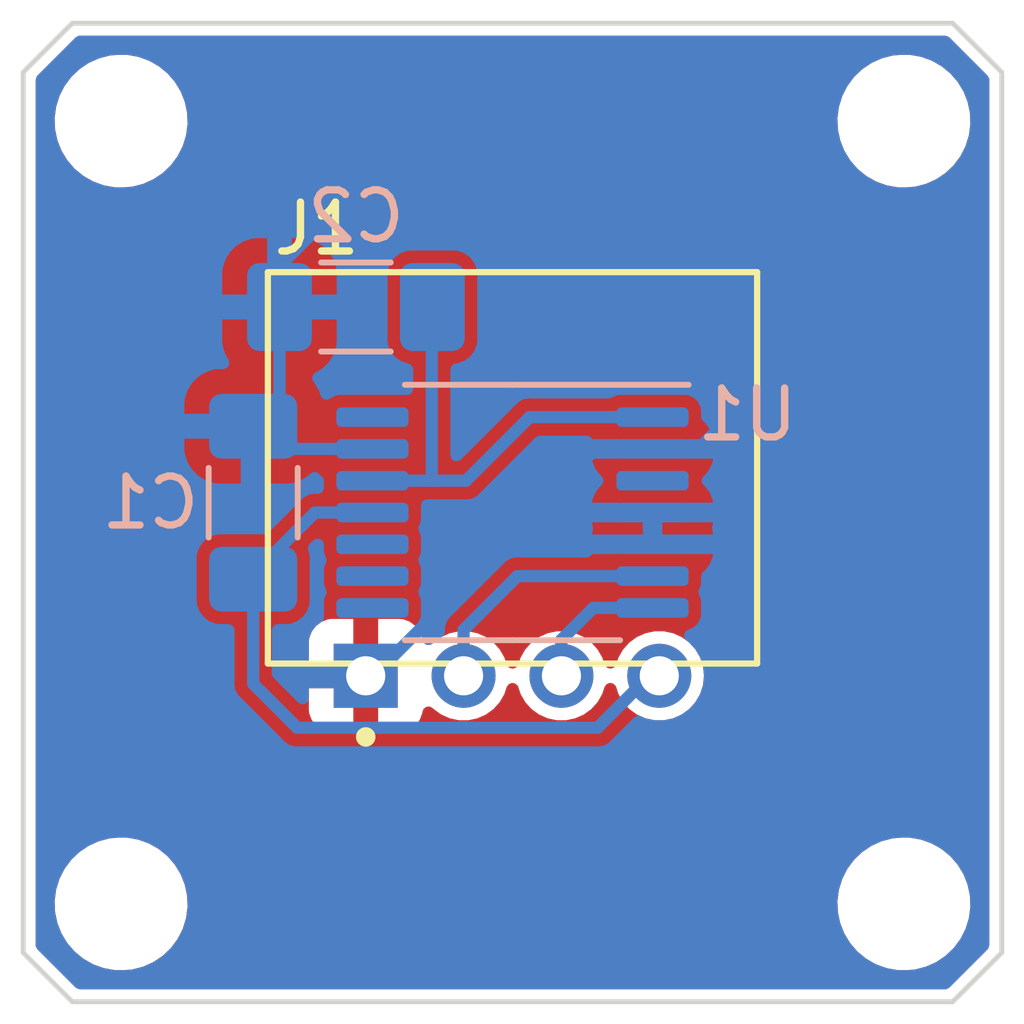
<source format=kicad_pcb>
(kicad_pcb (version 20221018) (generator pcbnew)
  (layers (0 "F.Cu" signal) (31 "B.Cu" signal) (34 "B.Paste" user) (35 "F.Paste" user) (36 "B.SilkS" user "B.Silkscreen") (37 "F.SilkS" user "F.Silkscreen") (38 "B.Mask" user) (39 "F.Mask" user) (44 "Edge.Cuts" user))
  (net 0 "")
  (net 1 "+5V")
  (net 2 "GND")
  (net 3 "+3.3V")
  (net 5 "/B")
  (net 6 "/A")
  (footprint "MountingHole:MountingHole_2.2mm_M2" (layer "F.Cu") (at 142 82)
    (fp_text reference "REF**" hide)
    (fp_text value "MountingHole_2.2mm_M2" hide)
    (pad "" np_thru_hole circle (at 0 0) (size 2.2 2.2) (drill 2.2) (layers "F&B.Cu" "*.Mask"))
  )
  (footprint "MountingHole:MountingHole_2.2mm_M2" (layer "F.Cu") (at 158 98)
    (fp_text reference "REF**" hide)
    (fp_text value "MountingHole_2.2mm_M2" hide)
    (pad "" np_thru_hole circle (at 0 0) (size 2.2 2.2) (drill 2.2) (layers "F&B.Cu" "*.Mask"))
  )
  (footprint "MountingHole:MountingHole_2.2mm_M2" (layer "F.Cu") (at 142 98)
    (fp_text reference "REF**" hide)
    (fp_text value "MountingHole_2.2mm_M2" hide)
    (pad "" np_thru_hole circle (at 0 0) (size 2.2 2.2) (drill 2.2) (layers "*.Cu" "*.Mask"))
  )
  (footprint "FootprintGe2:SEEED_110990037" (layer "F.Cu") (at 150 93.3375)
    (fp_text reference "J1" (at -4 -9.1375 unlocked) (layer "F.SilkS"))
    (fp_text value "GROVE4-2mm")
    (fp_line (start -5 -8.25) (end 5 -8.25) (stroke (width 0.127)) (layer "F.SilkS"))
    (fp_line (start -5 -0.25) (end -5 -8.25) (stroke (width 0.127)) (layer "F.SilkS"))
    (fp_line (start 5 -8.25) (end 5 -0.25) (stroke (width 0.127)) (layer "F.SilkS"))
    (fp_line (start 5 -0.25) (end -5 -0.25) (stroke (width 0.127)) (layer "F.SilkS"))
    (fp_circle (center -3 1.25) (end -2.9 1.25) (stroke (width 0.2)) (fill none) (layer "F.SilkS"))
    (pad "1" thru_hole rect (at -3 0) (size 1.308 1.308) (drill 0.8) (layers "*.Cu" "*.Mask") (net 2 "GND"))
    (pad "2" thru_hole circle (at -1 0) (size 1.308 1.308) (drill 0.8) (layers "*.Cu" "*.Mask") (net 5 "/B"))
    (pad "3" thru_hole circle (at 1 0) (size 1.308 1.308) (drill 0.8) (layers "*.Cu" "*.Mask") (net 6 "/A"))
    (pad "4" thru_hole circle (at 3 0) (size 1.308 1.308) (drill 0.8) (layers "*.Cu" "*.Mask") (net 1 "+5V"))
  )
  (footprint "MountingHole:MountingHole_2.2mm_M2" (layer "F.Cu") (at 158 82)
    (fp_text reference "REF**" hide)
    (fp_text value "MountingHole_2.2mm_M2" hide)
    (pad "" np_thru_hole circle (at 0 0) (size 2.2 2.2) (drill 2.2) (layers "F&B.Cu" "*.Mask"))
  )
  (footprint "Capacitor_SMD:C_1206_3216Metric_Pad1.33x1.80mm_HandSolder" (layer "B.Cu") (at 144.7 89.8 90)
    (fp_text reference "C1" (at 0 -2.1 180) (layer "B.SilkS") (effects (justify mirror)))
    (fp_text value "100n")
    (fp_line (start -0.711252 -0.91) (end 0.711252 -0.91) (stroke (width 0.12)) (layer "B.SilkS"))
    (fp_line (start -0.711252 0.91) (end 0.711252 0.91) (stroke (width 0.12)) (layer "B.SilkS"))
    (pad "1" smd roundrect (at -1.5625 0 90) (size 1.325 1.8) (layers "B.Cu" "B.Paste" "B.Mask") (roundrect_rratio 0.1886792453) (net 1 "+5V"))
    (pad "2" smd roundrect (at 1.5625 0 90) (size 1.325 1.8) (layers "B.Cu" "B.Paste" "B.Mask") (roundrect_rratio 0.1886792453) (net 2 "GND"))
  )
  (footprint "Capacitor_SMD:C_1206_3216Metric_Pad1.33x1.80mm_HandSolder" (layer "B.Cu") (at 146.8 85.8 180)
    (fp_text reference "C2" (at 0 1.85) (layer "B.SilkS") (effects (justify mirror)))
    (fp_text value "1u")
    (fp_line (start -0.711252 -0.91) (end 0.711252 -0.91) (stroke (width 0.12)) (layer "B.SilkS"))
    (fp_line (start -0.711252 0.91) (end 0.711252 0.91) (stroke (width 0.12)) (layer "B.SilkS"))
    (pad "1" smd roundrect (at -1.5625 0 180) (size 1.325 1.8) (layers "B.Cu" "B.Paste" "B.Mask") (roundrect_rratio 0.1886792453) (net 3 "+3.3V"))
    (pad "2" smd roundrect (at 1.5625 0 180) (size 1.325 1.8) (layers "B.Cu" "B.Paste" "B.Mask") (roundrect_rratio 0.1886792453) (net 2 "GND"))
  )
  (footprint "Package_SO:TSSOP-14_4.4x5mm_P0.65mm" (layer "B.Cu") (at 150 90 180)
    (fp_text reference "U1" (at -4.8 2) (layer "B.SilkS") (effects (justify mirror)))
    (fp_text value "AS5047D")
    (fp_line (start 0 -2.61) (end -2.2 -2.61) (stroke (width 0.12)) (layer "B.SilkS"))
    (fp_line (start 0 -2.61) (end 2.2 -2.61) (stroke (width 0.12)) (layer "B.SilkS"))
    (fp_line (start 0 2.61) (end -3.6 2.61) (stroke (width 0.12)) (layer "B.SilkS"))
    (fp_line (start 0 2.61) (end 2.2 2.61) (stroke (width 0.12)) (layer "B.SilkS"))
    (pad "1" smd roundrect locked (at -2.8625 1.95 180) (size 1.475 0.4) (layers "B.Cu" "B.Paste" "B.Mask") (net 3 "+3.3V"))
    (pad "2" smd roundrect locked (at -2.8625 1.3 180) (size 1.475 0.4) (layers "B.Cu" "B.Paste" "B.Mask") (net 2 "GND"))
    (pad "3" smd roundrect locked (at -2.8625 0.65 180) (size 1.475 0.4) (layers "B.Cu" "B.Paste" "B.Mask"))
    (pad "4" smd roundrect locked (at -2.8625 0 180) (size 1.475 0.4) (layers "B.Cu" "B.Paste" "B.Mask") (net 2 "GND"))
    (pad "5" smd roundrect locked (at -2.8625 -0.65 180) (size 1.475 0.4) (layers "B.Cu" "B.Paste" "B.Mask") (net 2 "GND"))
    (pad "6" smd roundrect locked (at -2.8625 -1.3 180) (size 1.475 0.4) (layers "B.Cu" "B.Paste" "B.Mask") (net 5 "/B"))
    (pad "7" smd roundrect locked (at -2.8625 -1.95 180) (size 1.475 0.4) (layers "B.Cu" "B.Paste" "B.Mask") (net 6 "/A"))
    (pad "8" smd roundrect locked (at 2.8625 -1.95 180) (size 1.475 0.4) (layers "B.Cu" "B.Paste" "B.Mask"))
    (pad "9" smd roundrect locked (at 2.8625 -1.3 180) (size 1.475 0.4) (layers "B.Cu" "B.Paste" "B.Mask"))
    (pad "10" smd roundrect locked (at 2.8625 -0.65 180) (size 1.475 0.4) (layers "B.Cu" "B.Paste" "B.Mask"))
    (pad "11" smd roundrect locked (at 2.8625 0 180) (size 1.475 0.4) (layers "B.Cu" "B.Paste" "B.Mask") (net 1 "+5V"))
    (pad "12" smd roundrect locked (at 2.8625 0.65 180) (size 1.475 0.4) (layers "B.Cu" "B.Paste" "B.Mask") (net 3 "+3.3V"))
    (pad "13" smd roundrect locked (at 2.8625 1.3 180) (size 1.475 0.4) (layers "B.Cu" "B.Paste" "B.Mask") (net 2 "GND"))
    (pad "14" smd roundrect locked (at 2.8625 1.95 180) (size 1.475 0.4) (layers "B.Cu" "B.Paste" "B.Mask"))
  )
  (gr_poly (pts (xy 160 81) (xy 160 99) (xy 159 100) (xy 141 100) (xy 140 99) (xy 140 81) (xy 141 80) (xy 159 80)) (stroke (width 0.1)) (fill none) (layer "Edge.Cuts"))
  (segment (start 145.6 94.4) (end 144.7 93.5) (width 0.25) (layer "B.Cu") (net 1))
  (segment (start 153 93.1375) (end 151.7375 94.4) (width 0.25) (layer "B.Cu") (net 1))
  (segment (start 144.7 93.5) (end 144.7 91.2625) (width 0.25) (layer "B.Cu") (net 1))
  (segment (start 151.7375 94.4) (end 145.6 94.4) (width 0.25) (layer "B.Cu") (net 1))
  (segment (start 145.9625 90) (end 144.7 91.2625) (width 0.25) (layer "B.Cu") (net 1))
  (segment (start 147.1375 90) (end 145.9625 90) (width 0.25) (layer "B.Cu") (net 1))
  (segment (start 145.2375 85.8) (end 145.2375 84.9625) (width 0.25) (layer "B.Cu") (net 2))
  (segment (start 151.6 84.2) (end 154.3 86.9) (width 0.25) (layer "B.Cu") (net 2))
  (segment (start 151.7 88.7) (end 151.15 89.25) (width 0.25) (layer "B.Cu") (net 2))
  (segment (start 145.2375 85.8) (end 145.2375 87.6) (width 0.25) (layer "B.Cu") (net 2))
  (segment (start 152.8625 90.65) (end 151.15 90.65) (width 0.25) (layer "B.Cu") (net 2))
  (segment (start 149.846751 90.65) (end 147.359251 93.1375) (width 0.25) (layer "B.Cu") (net 2))
  (segment (start 154.3 88.2) (end 153.8 88.7) (width 0.25) (layer "B.Cu") (net 2))
  (segment (start 145.2625 88.7) (end 144.7 88.1375) (width 0.25) (layer "B.Cu") (net 2))
  (segment (start 151.15 90.65) (end 149.846751 90.65) (width 0.25) (layer "B.Cu") (net 2))
  (segment (start 154.3 86.9) (end 154.3 88.2) (width 0.25) (layer "B.Cu") (net 2))
  (segment (start 145.2375 84.9625) (end 146 84.2) (width 0.25) (layer "B.Cu") (net 2))
  (segment (start 152.8625 90.65) (end 152.8625 90) (width 0.25) (layer "B.Cu") (net 2))
  (segment (start 151.15 89.25) (end 151.15 90.65) (width 0.25) (layer "B.Cu") (net 2))
  (segment (start 146 84.2) (end 151.6 84.2) (width 0.25) (layer "B.Cu") (net 2))
  (segment (start 145.2375 87.6) (end 144.7 88.1375) (width 0.25) (layer "B.Cu") (net 2))
  (segment (start 147.359251 93.1375) (end 147 93.1375) (width 0.25) (layer "B.Cu") (net 2))
  (segment (start 147.1375 88.7) (end 145.2625 88.7) (width 0.25) (layer "B.Cu") (net 2))
  (segment (start 153.8 88.7) (end 152.8625 88.7) (width 0.25) (layer "B.Cu") (net 2))
  (segment (start 152.8625 88.7) (end 151.7 88.7) (width 0.25) (layer "B.Cu") (net 2))
  (segment (start 147.1375 89.35) (end 148.35 89.35) (width 0.25) (layer "B.Cu") (net 3))
  (segment (start 148.35 89.35) (end 148.45 89.35) (width 0.25) (layer "B.Cu") (net 3))
  (segment (start 149.05 89.35) (end 150.35 88.05) (width 0.25) (layer "B.Cu") (net 3))
  (segment (start 148.45 89.35) (end 149.05 89.35) (width 0.25) (layer "B.Cu") (net 3))
  (segment (start 150.35 88.05) (end 152.8625 88.05) (width 0.25) (layer "B.Cu") (net 3))
  (segment (start 148.3625 85.8) (end 148.35 85.8125) (width 0.25) (layer "B.Cu") (net 3))
  (segment (start 148.35 85.8125) (end 148.35 89.35) (width 0.25) (layer "B.Cu") (net 3))
  (segment (start 150.1 91.3) (end 149 92.4) (width 0.25) (layer "B.Cu") (net 5))
  (segment (start 152.8625 91.3) (end 150.1 91.3) (width 0.25) (layer "B.Cu") (net 5))
  (segment (start 149 92.4) (end 149 93.1375) (width 0.25) (layer "B.Cu") (net 5))
  (segment (start 151 92.6) (end 151.65 91.95) (width 0.25) (layer "B.Cu") (net 6))
  (segment (start 151 93.1375) (end 151 92.6) (width 0.25) (layer "B.Cu") (net 6))
  (segment (start 151.65 91.95) (end 152.8625 91.95) (width 0.25) (layer "B.Cu") (net 6))
  (zone (net 2) (net_name "GND") (layers "F&B.Cu") (connect_pads (clearance 0.254)) (min_thickness 0.254) (fill yes (thermal_gap 0.508) (thermal_bridge_width 0.508))
    (polygon (pts (xy 160 81) (xy 160 99) (xy 159 100) (xy 141 100) (xy 140 99) (xy 140 81) (xy 141 80) (xy 159 80)))
  )
)
</source>
